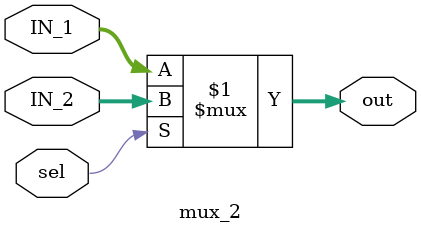
<source format=v>
module mux_2(
    input [31:0] IN_1 , IN_2 ,
    input sel,
    output [31:0] out

);

    assign out = sel ? IN_2 : IN_1;

endmodule
</source>
